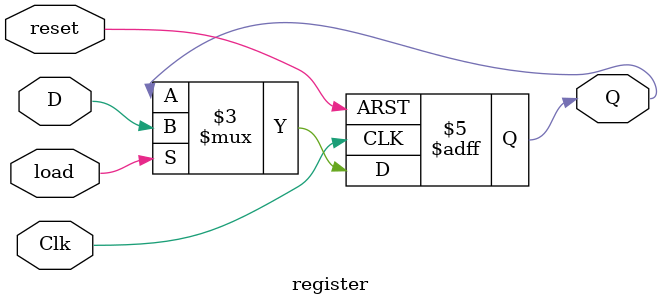
<source format=v>
/*--  *******************************************************
--  Computer Architecture Course, Laboratory Sources 
--  Amirkabir University of Technology (Tehran Polytechnic)
--  Department of Computer Engineering (CE-AUT)
--  https://ce[dot]aut[dot]ac[dot]ir
--  *******************************************************
--  All Rights reserved (C) 2019-2020
--  *******************************************************
--  Student ID  : 
--  Student Name: 
--  Student Mail: 
--  *******************************************************
--  Additional Comments:
--
--*/

/*-----------------------------------------------------------
---  Module Name:  Memory Unit Utils
---  Description: Module5:
-----------------------------------------------------------*/
`timescale 1 ns/1 ns

module register(input D, input Clk,
input reset, input load, output reg Q);
		 always @(posedge Clk or negedge reset)
			 if (~reset)
				begin
				Q <= 1'b0;
				end else if (load)
				begin
				Q <= D;
				end
endmodule 
</source>
